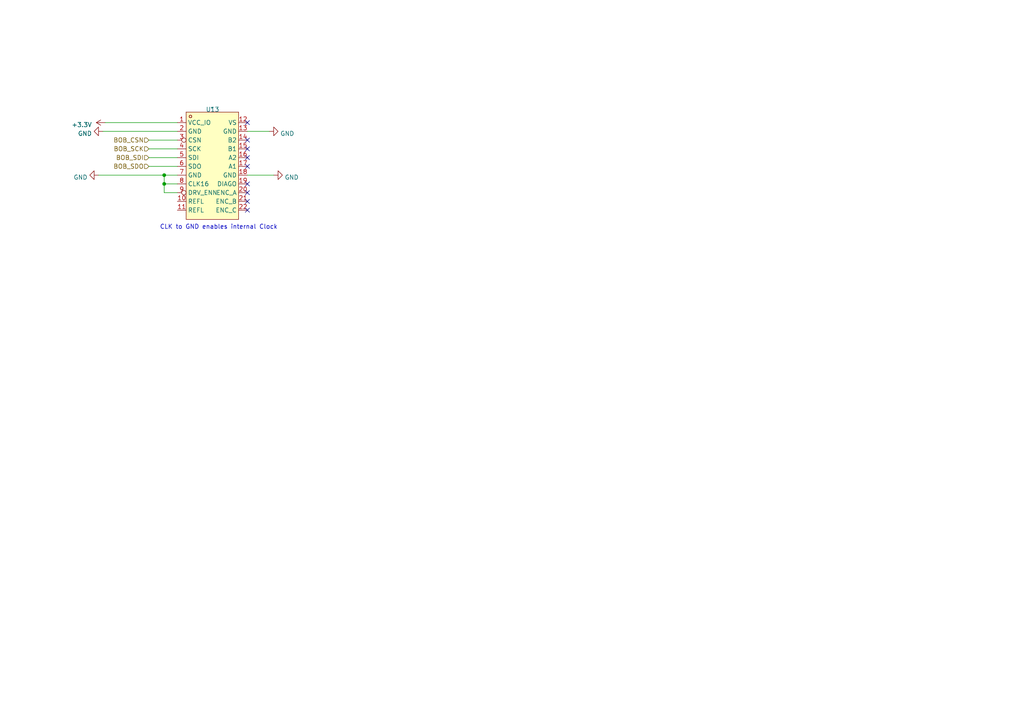
<source format=kicad_sch>
(kicad_sch (version 20230121) (generator eeschema)
  (paper "A4")
  (lib_symbols
    (symbol "BOB:BOB5160"
      (property "Reference" "U" (at 0 0 0))
      (symbol "BOB5160_0_1"
        (circle (center -6.35 -2.665) (radius 0.38))
        (circle (center -6.35 -2.665) (radius 0.38))
        (rectangle (start 7.62 -1.397) (end -7.62 -32.514) (fill (type background)))
      )
      (symbol "BOB5160_1_1"
        (pin power_in line (at -10.16 -4.445 0) (length 2.54) (name "VCC_IO") (number "1"))
        (pin input line (at -10.16 -27.305 0) (length 2.54) (name "REFL") (number "10"))
        (pin input line (at -10.16 -29.845 0) (length 2.54) (name "REFL") (number "11"))
        (pin power_in line (at 10.16 -4.445 180) (length 2.54) (name "VS") (number "12"))
        (pin power_in line (at 10.16 -6.985 180) (length 2.54) (name "GND") (number "13"))
        (pin output line (at 10.16 -9.525 180) (length 2.54) (name "B2") (number "14"))
        (pin output line (at 10.16 -12.065 180) (length 2.54) (name "B1") (number "15"))
        (pin output line (at 10.16 -14.605 180) (length 2.54) (name "A2") (number "16"))
        (pin output line (at 10.16 -17.145 180) (length 2.54) (name "A1") (number "17"))
        (pin power_in line (at 10.16 -19.685 180) (length 2.54) (name "GND") (number "18"))
        (pin output line (at 10.16 -22.225 180) (length 2.54) (name "DIAGO") (number "19"))
        (pin power_in line (at -10.16 -6.985 0) (length 2.54) (name "GND") (number "2"))
        (pin input line (at 10.16 -24.765 180) (length 2.54) (name "ENC_A") (number "20"))
        (pin input line (at 10.16 -27.305 180) (length 2.54) (name "ENC_B") (number "21"))
        (pin input line (at 10.16 -29.845 180) (length 2.54) (name "ENC_C") (number "22"))
        (pin input inverted (at -10.16 -9.525 0) (length 2.54) (name "CSN") (number "3"))
        (pin input line (at -10.16 -12.065 0) (length 2.54) (name "SCK") (number "4"))
        (pin input line (at -10.16 -14.605 0) (length 2.54) (name "SDI") (number "5"))
        (pin output line (at -10.16 -17.145 0) (length 2.54) (name "SDO") (number "6"))
        (pin power_in line (at -10.16 -19.685 0) (length 2.54) (name "GND") (number "7"))
        (pin input line (at -10.16 -22.225 0) (length 2.54) (name "CLK16") (number "8"))
        (pin input inverted (at -10.16 -24.765 0) (length 2.54) (name "DRV_ENN") (number "9"))
      )
    )
    (symbol "power:+3.3V" (power) (pin_names (offset 0))
      (property "Value" "+3.3V" (at 0 3.556 0))
      (symbol "+3.3V_0_1"
        (polyline (pts (xy -0.762 1.27) (xy 0 2.54)))
        (polyline (pts (xy 0 0) (xy 0 2.54)))
        (polyline (pts (xy 0 2.54) (xy 0.762 1.27)))
      )
      (symbol "+3.3V_1_1"
        (pin power_in line (at 0 0 90) (length 0) hide (name "+3.3V") (number "1"))
      )
    )
    (symbol "power:GND" (power) (pin_names (offset 0))
      (property "Value" "GND" (at 0 -3.81 0))
      (symbol "GND_0_1"
        (polyline (pts (xy 0 0) (xy 0 -1.27) (xy 1.27 -1.27) (xy 0 -2.54) (xy -1.27 -1.27) (xy 0 -1.27)))
      )
      (symbol "GND_1_1"
        (pin power_in line (at 0 0 270) (length 0) hide (name "GND") (number "1"))
      )
    )
  )
  (junction (at 47.625 53.34))
  (junction (at 47.625 50.8))
  (no_connect (at 71.755 40.64))
  (no_connect (at 71.755 58.42))
  (no_connect (at 71.755 35.56))
  (no_connect (at 71.755 55.88))
  (no_connect (at 71.755 53.34))
  (no_connect (at 71.755 48.26))
  (no_connect (at 71.755 60.96))
  (no_connect (at 71.755 43.18))
  (no_connect (at 71.755 45.72))
  (wire (pts (xy 47.625 55.88) (xy 47.625 53.34)))
  (wire (pts (xy 29.845 38.1) (xy 51.435 38.1)))
  (wire (pts (xy 43.18 48.26) (xy 51.435 48.26)))
  (wire (pts (xy 71.755 50.8) (xy 79.375 50.8)))
  (wire (pts (xy 43.18 43.18) (xy 51.435 43.18)))
  (wire (pts (xy 51.435 55.88) (xy 47.625 55.88)))
  (wire (pts (xy 71.755 38.1) (xy 78.105 38.1)))
  (wire (pts (xy 47.625 53.34) (xy 47.625 50.8)))
  (wire (pts (xy 43.18 45.72) (xy 51.435 45.72)))
  (wire (pts (xy 51.435 53.34) (xy 47.625 53.34)))
  (wire (pts (xy 30.48 35.56) (xy 51.435 35.56)))
  (wire (pts (xy 47.625 50.8) (xy 51.435 50.8)))
  (wire (pts (xy 28.575 50.8) (xy 47.625 50.8)))
  (wire (pts (xy 43.18 40.64) (xy 51.435 40.64)))
  (text "CLK to GND enables internal Clock" (at 46.355 66.675 0) (effects (font (size 1.27 1.27)) (justify left bottom)))
  (hierarchical_label "BOB_SCK" (shape input) (at 43.18 43.18 180))
  (hierarchical_label "BOB_CSN" (shape input) (at 43.18 40.64 180))
  (hierarchical_label "BOB_SDO" (shape input) (at 43.18 48.26 180))
  (hierarchical_label "BOB_SDI" (shape input) (at 43.18 45.72 180))
  (symbol (lib_id "power:GND") (at 79.375 50.8 90) (unit 1)
    (property "Reference" "#PWR063" (effects hide))
    (property "Value" "GND" (at 82.55 51.435 90) (effects (justify right)))
  )
  (symbol (lib_id "power:GND") (at 28.575 50.8 270) (unit 1)
    (property "Reference" "#PWR060" (effects hide))
    (property "Value" "GND" (at 25.4 51.435 90) (effects (justify right)))
  )
  (symbol (lib_id "power:GND") (at 78.105 38.1 90) (unit 1)
    (property "Reference" "#PWR062" (effects hide))
    (property "Value" "GND" (at 81.28 38.735 90) (effects (justify right)))
  )
  (symbol (lib_id "BOB:BOB5160") (at 61.595 31.115 0) (unit 1)
    (property "Reference" "U13" (at 61.6585 31.75 0))
    (property "Value" "~" (at 61.595 31.115 0))
    (property "Footprint" "BOB:BOB5160" (effects hide))
  )
  (symbol (lib_id "power:+3.3V") (at 30.48 35.56 90) (unit 1)
    (property "Reference" "#PWR061" (effects hide))
    (property "Value" "+3.3V" (at 26.67 36.195 90) (effects (justify left)))
  )
  (symbol (lib_id "power:GND") (at 29.845 38.1 270) (unit 1)
    (property "Reference" "#PWR059" (effects hide))
    (property "Value" "GND" (at 26.67 38.735 90) (effects (justify right)))
  )
)
</source>
